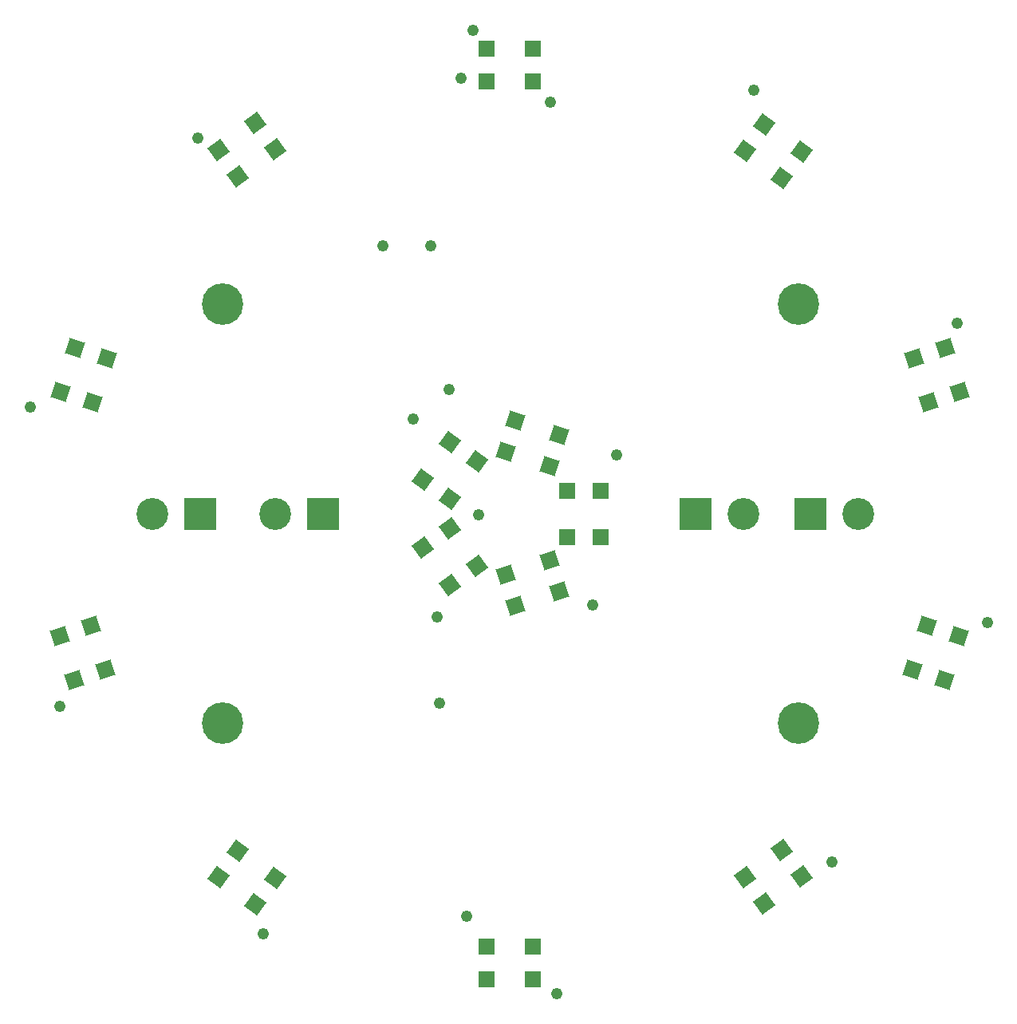
<source format=gts>
%FSLAX25Y25*%
%MOIN*%
G70*
G01*
G75*
G04 Layer_Color=128*
%ADD10R,0.05906X0.05906*%
%ADD11P,0.08352X4X189.0*%
%ADD12P,0.08352X4X153.0*%
%ADD13P,0.08352X4X117.0*%
%ADD14P,0.08352X4X81.0*%
%ADD15P,0.08352X4X279.0*%
%ADD16P,0.08352X4X207.0*%
%ADD17R,0.05906X0.05906*%
%ADD18P,0.08352X4X63.0*%
%ADD19P,0.08352X4X351.0*%
%ADD20C,0.05000*%
%ADD21C,0.02500*%
%ADD22C,0.12500*%
%ADD23R,0.12500X0.12500*%
%ADD24C,0.16500*%
%ADD25C,0.04000*%
%ADD26R,0.08000X0.05000*%
%ADD27R,0.05000X0.08000*%
%ADD28R,0.17716X0.12205*%
%ADD29C,0.01000*%
%ADD30C,0.01200*%
%ADD31C,0.01500*%
%ADD32R,0.04906X0.04906*%
%ADD33P,0.06937X4X189.0*%
%ADD34P,0.06937X4X153.0*%
%ADD35P,0.06937X4X117.0*%
%ADD36P,0.06937X4X81.0*%
%ADD37P,0.06937X4X279.0*%
%ADD38P,0.06937X4X207.0*%
%ADD39R,0.04906X0.04906*%
%ADD40P,0.06937X4X63.0*%
%ADD41P,0.06937X4X351.0*%
%ADD42R,0.07000X0.04000*%
%ADD43R,0.04000X0.07000*%
%ADD44R,0.16716X0.11205*%
%ADD45R,0.06706X0.06706*%
%ADD46P,0.09483X4X189.0*%
%ADD47P,0.09483X4X153.0*%
%ADD48P,0.09483X4X117.0*%
%ADD49P,0.09483X4X81.0*%
%ADD50P,0.09483X4X279.0*%
%ADD51P,0.09483X4X207.0*%
%ADD52R,0.06706X0.06706*%
%ADD53P,0.09483X4X63.0*%
%ADD54P,0.09483X4X351.0*%
%ADD55C,0.13300*%
%ADD56R,0.13300X0.13300*%
%ADD57C,0.17300*%
%ADD58C,0.04800*%
D45*
X532646Y742390D02*
D03*
Y728610D02*
D03*
X513354Y742390D02*
D03*
Y728610D02*
D03*
X513354Y353610D02*
D03*
Y367390D02*
D03*
X532646Y353610D02*
D03*
Y367390D02*
D03*
D46*
X644853Y699404D02*
D03*
X636754Y688257D02*
D03*
X629246Y710744D02*
D03*
X621147Y699596D02*
D03*
X401147Y396096D02*
D03*
X409246Y407243D02*
D03*
X416754Y384756D02*
D03*
X424853Y395904D02*
D03*
D47*
X711033Y598955D02*
D03*
X697928Y594697D02*
D03*
X705072Y617303D02*
D03*
X691967Y613045D02*
D03*
X334967Y497045D02*
D03*
X348072Y501303D02*
D03*
X340928Y478697D02*
D03*
X354033Y482956D02*
D03*
D48*
X704572Y478697D02*
D03*
X691467Y482956D02*
D03*
X710533Y497045D02*
D03*
X697428Y501303D02*
D03*
X341428Y617303D02*
D03*
X354533Y613045D02*
D03*
X335467Y598955D02*
D03*
X348572Y594697D02*
D03*
D49*
X629246Y385257D02*
D03*
X621147Y396404D02*
D03*
X644853Y396596D02*
D03*
X636754Y407744D02*
D03*
X416754Y711243D02*
D03*
X424853Y700096D02*
D03*
X401147Y699904D02*
D03*
X409246Y688757D02*
D03*
D50*
X498096Y577853D02*
D03*
X509243Y569754D02*
D03*
X486757Y562246D02*
D03*
X497904Y554147D02*
D03*
D51*
X543803Y581072D02*
D03*
X539544Y567967D02*
D03*
X525456Y587033D02*
D03*
X521197Y573928D02*
D03*
D52*
X560890Y538354D02*
D03*
X547110D02*
D03*
X560890Y557646D02*
D03*
X547110D02*
D03*
D53*
X525456Y509467D02*
D03*
X521197Y522572D02*
D03*
X543803Y515428D02*
D03*
X539544Y528533D02*
D03*
D54*
X486757Y533754D02*
D03*
X497904Y541853D02*
D03*
X498096Y518147D02*
D03*
X509243Y526246D02*
D03*
D55*
X668500Y548000D02*
D03*
X425000D02*
D03*
X373500D02*
D03*
X620500D02*
D03*
D56*
X648500D02*
D03*
X445000D02*
D03*
X393500D02*
D03*
X600500D02*
D03*
D57*
X643500Y460500D02*
D03*
X403000Y635500D02*
D03*
X643500D02*
D03*
X403000Y460500D02*
D03*
D58*
X493504Y468996D02*
D03*
X502500Y730000D02*
D03*
X490000Y660000D02*
D03*
X470000D02*
D03*
X505000Y380000D02*
D03*
X540000Y720000D02*
D03*
X510000Y547500D02*
D03*
X482500Y587500D02*
D03*
X497500Y600000D02*
D03*
X567500Y572500D02*
D03*
X557500Y510000D02*
D03*
X492500Y505000D02*
D03*
X392500Y705000D02*
D03*
X507500Y750000D02*
D03*
X625000Y725000D02*
D03*
X710000Y627500D02*
D03*
X722500Y502500D02*
D03*
X657500Y402500D02*
D03*
X542500Y347500D02*
D03*
X420000Y372500D02*
D03*
X335000Y467500D02*
D03*
X322500Y592500D02*
D03*
M02*

</source>
